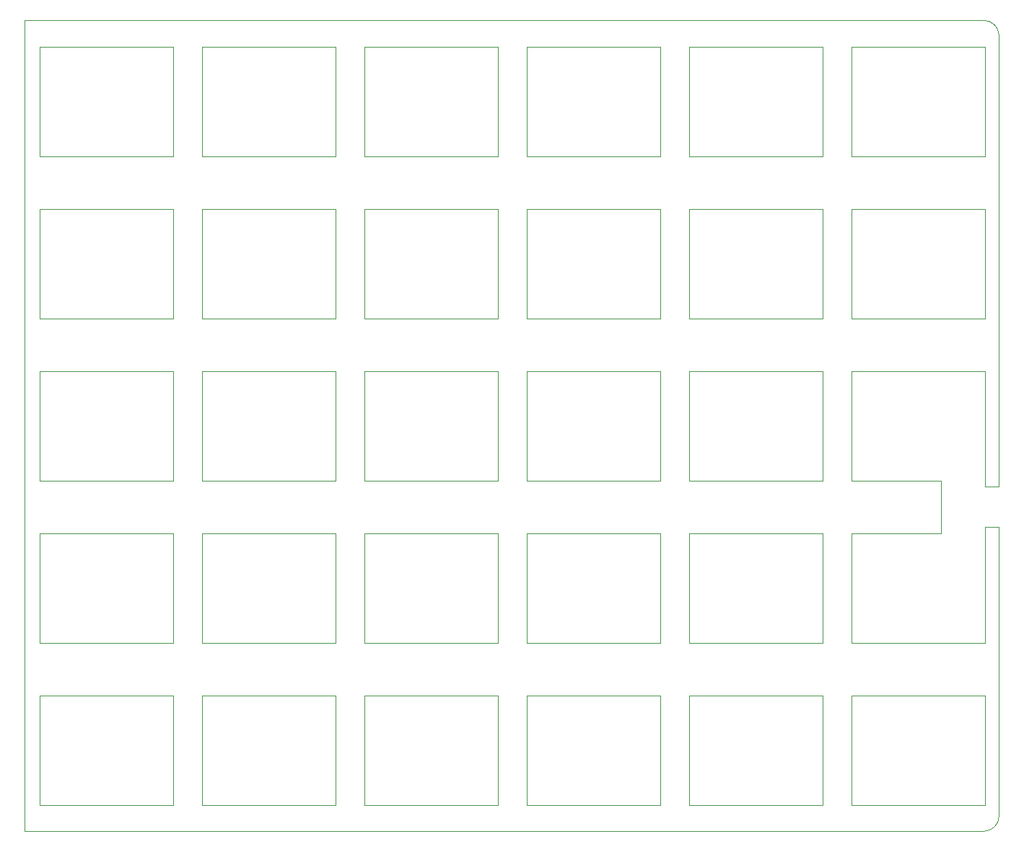
<source format=gm1>
G04 #@! TF.GenerationSoftware,KiCad,Pcbnew,(6.0.0-0)*
G04 #@! TF.CreationDate,2022-01-15T15:54:00+01:00*
G04 #@! TF.ProjectId,lumberjack-alps,6c756d62-6572-46a6-9163-6b2d616c7073,rev?*
G04 #@! TF.SameCoordinates,Original*
G04 #@! TF.FileFunction,Profile,NP*
%FSLAX46Y46*%
G04 Gerber Fmt 4.6, Leading zero omitted, Abs format (unit mm)*
G04 Created by KiCad (PCBNEW (6.0.0-0)) date 2022-01-15 15:54:00*
%MOMM*%
%LPD*%
G01*
G04 APERTURE LIST*
G04 #@! TA.AperFunction,Profile*
%ADD10C,0.100000*%
G04 #@! TD*
G04 APERTURE END LIST*
D10*
X209908069Y-104061062D02*
X209908069Y-110252338D01*
X195977698Y-129302418D02*
X195977698Y-142161222D01*
X180380445Y-142161222D02*
X180380445Y-129302418D01*
X180380445Y-129302418D02*
X195977698Y-129302418D01*
X176927618Y-129302418D02*
X176927618Y-142161222D01*
X104180125Y-129302418D02*
X119777378Y-129302418D01*
X215027778Y-129302418D02*
X215027778Y-142161222D01*
X119777378Y-129302418D02*
X119777378Y-142161222D01*
X119777378Y-142161222D02*
X104180125Y-142161222D01*
X215027778Y-142161222D02*
X199430525Y-142161222D01*
X104180125Y-142161222D02*
X104180125Y-129302418D01*
X161330365Y-142161222D02*
X161330365Y-129302418D01*
X161330365Y-129302418D02*
X176927618Y-129302418D01*
X195977698Y-142161222D02*
X180380445Y-142161222D01*
X176927618Y-142161222D02*
X161330365Y-142161222D01*
X142280285Y-142161222D02*
X142280285Y-129302418D01*
X142280285Y-129302418D02*
X157877538Y-129302418D01*
X157877538Y-142161222D02*
X142280285Y-142161222D01*
X157877538Y-129302418D02*
X157877538Y-142161222D01*
X138827458Y-129302418D02*
X138827458Y-142161222D01*
X138827458Y-142161222D02*
X123230205Y-142161222D01*
X123230205Y-129302418D02*
X138827458Y-129302418D01*
X123230205Y-142161222D02*
X123230205Y-129302418D01*
X199430525Y-142161222D02*
X199430525Y-129302418D01*
X199430525Y-129302418D02*
X215027778Y-129302418D01*
X195977698Y-110252338D02*
X195977698Y-123111142D01*
X180380445Y-123111142D02*
X180380445Y-110252338D01*
X180380445Y-110252338D02*
X195977698Y-110252338D01*
X176927618Y-110252338D02*
X176927618Y-123111142D01*
X104180125Y-110252338D02*
X119777378Y-110252338D01*
X215027778Y-109537592D02*
X215027778Y-123111142D01*
X119777378Y-110252338D02*
X119777378Y-123111142D01*
X119777378Y-123111142D02*
X104180125Y-123111142D01*
X215027778Y-123111142D02*
X199430525Y-123111142D01*
X104180125Y-123111142D02*
X104180125Y-110252338D01*
X161330365Y-123111142D02*
X161330365Y-110252338D01*
X161330365Y-110252338D02*
X176927618Y-110252338D01*
X195977698Y-123111142D02*
X180380445Y-123111142D01*
X176927618Y-123111142D02*
X161330365Y-123111142D01*
X142280285Y-123111142D02*
X142280285Y-110252338D01*
X142280285Y-110252338D02*
X157877538Y-110252338D01*
X157877538Y-123111142D02*
X142280285Y-123111142D01*
X157877538Y-110252338D02*
X157877538Y-123111142D01*
X138827458Y-110252338D02*
X138827458Y-123111142D01*
X138827458Y-123111142D02*
X123230205Y-123111142D01*
X123230205Y-110252338D02*
X138827458Y-110252338D01*
X123230205Y-123111142D02*
X123230205Y-110252338D01*
X199430525Y-123111142D02*
X199430525Y-110252338D01*
X199430525Y-110252338D02*
X209908069Y-110252338D01*
X195977698Y-91202258D02*
X195977698Y-104061062D01*
X180380445Y-104061062D02*
X180380445Y-91202258D01*
X180380445Y-91202258D02*
X195977698Y-91202258D01*
X176927618Y-91202258D02*
X176927618Y-104061062D01*
X104180125Y-91202258D02*
X119777378Y-91202258D01*
X215027778Y-91202258D02*
X215027778Y-104775088D01*
X119777378Y-91202258D02*
X119777378Y-104061062D01*
X119777378Y-104061062D02*
X104180125Y-104061062D01*
X209908069Y-104061062D02*
X199430525Y-104061062D01*
X104180125Y-104061062D02*
X104180125Y-91202258D01*
X161330365Y-104061062D02*
X161330365Y-91202258D01*
X161330365Y-91202258D02*
X176927618Y-91202258D01*
X195977698Y-104061062D02*
X180380445Y-104061062D01*
X176927618Y-104061062D02*
X161330365Y-104061062D01*
X142280285Y-104061062D02*
X142280285Y-91202258D01*
X142280285Y-91202258D02*
X157877538Y-91202258D01*
X157877538Y-104061062D02*
X142280285Y-104061062D01*
X157877538Y-91202258D02*
X157877538Y-104061062D01*
X138827458Y-91202258D02*
X138827458Y-104061062D01*
X138827458Y-104061062D02*
X123230205Y-104061062D01*
X123230205Y-91202258D02*
X138827458Y-91202258D01*
X123230205Y-104061062D02*
X123230205Y-91202258D01*
X199430525Y-104061062D02*
X199430525Y-91202258D01*
X199430525Y-91202258D02*
X215027778Y-91202258D01*
X195977698Y-72152178D02*
X195977698Y-85010982D01*
X180380445Y-85010982D02*
X180380445Y-72152178D01*
X180380445Y-72152178D02*
X195977698Y-72152178D01*
X176927618Y-72152178D02*
X176927618Y-85010982D01*
X104180125Y-72152178D02*
X119777378Y-72152178D01*
X215027778Y-72152178D02*
X215027778Y-85010982D01*
X119777378Y-72152178D02*
X119777378Y-85010982D01*
X119777378Y-85010982D02*
X104180125Y-85010982D01*
X215027778Y-85010982D02*
X199430525Y-85010982D01*
X104180125Y-85010982D02*
X104180125Y-72152178D01*
X161330365Y-85010982D02*
X161330365Y-72152178D01*
X161330365Y-72152178D02*
X176927618Y-72152178D01*
X195977698Y-85010982D02*
X180380445Y-85010982D01*
X176927618Y-85010982D02*
X161330365Y-85010982D01*
X142280285Y-85010982D02*
X142280285Y-72152178D01*
X142280285Y-72152178D02*
X157877538Y-72152178D01*
X157877538Y-85010982D02*
X142280285Y-85010982D01*
X157877538Y-72152178D02*
X157877538Y-85010982D01*
X138827458Y-72152178D02*
X138827458Y-85010982D01*
X138827458Y-85010982D02*
X123230205Y-85010982D01*
X123230205Y-72152178D02*
X138827458Y-72152178D01*
X123230205Y-85010982D02*
X123230205Y-72152178D01*
X199430525Y-85010982D02*
X199430525Y-72152178D01*
X199430525Y-72152178D02*
X215027778Y-72152178D01*
X199430525Y-53102098D02*
X215027778Y-53102098D01*
X215027778Y-53102098D02*
X215027778Y-65960902D01*
X215027778Y-65960902D02*
X199430525Y-65960902D01*
X199430525Y-65960902D02*
X199430525Y-53102098D01*
X180380445Y-53102098D02*
X195977698Y-53102098D01*
X195977698Y-53102098D02*
X195977698Y-65960902D01*
X195977698Y-65960902D02*
X180380445Y-65960902D01*
X180380445Y-65960902D02*
X180380445Y-53102098D01*
X161330365Y-53102098D02*
X176927618Y-53102098D01*
X176927618Y-53102098D02*
X176927618Y-65960902D01*
X176927618Y-65960902D02*
X161330365Y-65960902D01*
X161330365Y-65960902D02*
X161330365Y-53102098D01*
X142280285Y-53102098D02*
X157877538Y-53102098D01*
X157877538Y-53102098D02*
X157877538Y-65960902D01*
X157877538Y-65960902D02*
X142280285Y-65960902D01*
X142280285Y-65960902D02*
X142280285Y-53102098D01*
X123230205Y-53102098D02*
X138827458Y-53102098D01*
X138827458Y-53102098D02*
X138827458Y-65960902D01*
X138827458Y-65960902D02*
X123230205Y-65960902D01*
X123230205Y-65960902D02*
X123230205Y-53102098D01*
X216693932Y-109537592D02*
X216693932Y-143470433D01*
X104180125Y-65960902D02*
X104180125Y-53102098D01*
X102393836Y-145256372D02*
X214907993Y-145256372D01*
X104180125Y-53102098D02*
X119777378Y-53102098D01*
X215027778Y-104775088D02*
X216693932Y-104775088D01*
X102393836Y-50006292D02*
X102393836Y-145256372D01*
X214907993Y-50006292D02*
X102393836Y-50006292D01*
X215027778Y-109537592D02*
X216693932Y-109537592D01*
X119777378Y-65960902D02*
X104180125Y-65960902D01*
X216693932Y-51792231D02*
G75*
G03*
X214907993Y-50006292I-1785938J1D01*
G01*
X214907993Y-145256372D02*
G75*
G03*
X216693932Y-143470433I1J1785938D01*
G01*
X119777378Y-53102098D02*
X119777378Y-65960902D01*
X216693932Y-51792231D02*
X216693932Y-104775088D01*
M02*

</source>
